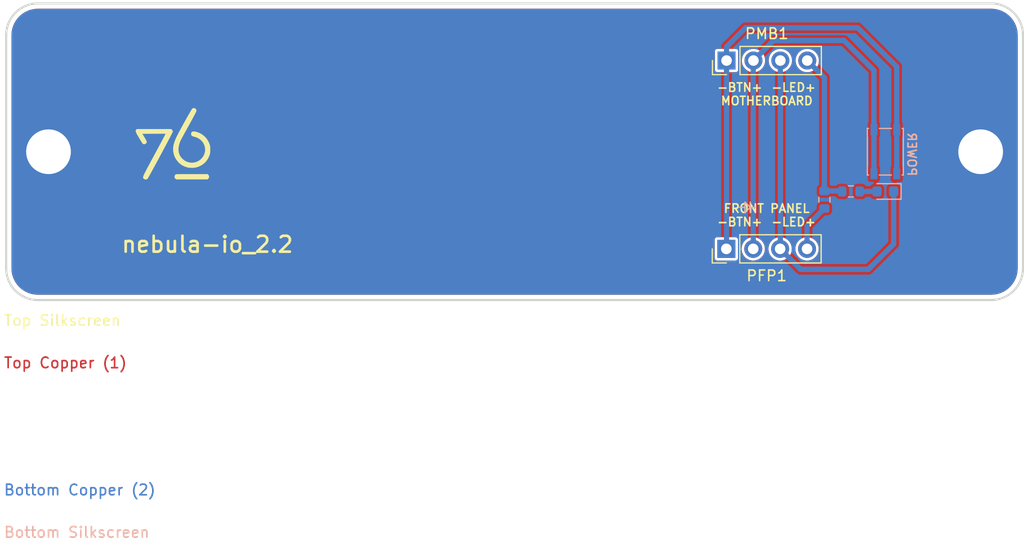
<source format=kicad_pcb>
(kicad_pcb (version 20221018) (generator pcbnew)
  (layers (0 "F.Cu" signal) (31 "B.Cu" signal) (34 "B.Paste" user) (35 "F.Paste" user) (36 "B.SilkS" user "B.Silkscreen") (37 "F.SilkS" user "F.Silkscreen") (38 "B.Mask" user) (39 "F.Mask" user) (44 "Edge.Cuts" user))
  (net 0 "")
  (net 1 "Net-(D1-K)")
  (net 2 "GND")
  (net 3 "Net-(PFP1-A)")
  (net 4 "Net-(PMB1-A)")
  (net 5 "Net-(D1-A)")
  (net 6 "Net-(PWBT1-B)")
  (net 7 "Net-(PWBT1-A)")
  (footprint "Logo:76" (layer "F.Cu") (at 43.1629 43.943265)
    (fp_text reference "G***" hide)
    (fp_text value "LOGO" hide)
    (fp_poly (pts (xy 3.420126 4.242376) (xy 3.472282 4.309394) (xy 3.491501 4.38439) (xy 3.492632 4.417917) (xy 3.482173 4.502492) (xy 3.442923 4.569053) (xy 3.420126 4.593457) (xy 3.34762 4.665964) (xy 0.395852 4.665964) (xy 0.321358 4.603281) (xy 0.25141 4.516915) (xy 0.227089 4.419666) (xy 0.248406 4.320155) (xy 0.315376 4.227007) (xy 0.320789 4.221861) (xy 0.333187 4.211069) (xy 0.347955 4.201885) (xy 0.368936 4.194178) (xy 0.399971 4.187819) (xy 0.444901 4.182679) (xy 0.507568 4.178627) (xy 0.591814 4.175535) (xy 0.70148 4.173273) (xy 0.840407 4.17171) (xy 1.012437 4.170719) (xy 1.221412 4.170168) (xy 1.471172 4.169928) (xy 1.76556 4.169871) (xy 1.862108 4.16987) (xy 3.34762 4.16987) (xy 3.420126 4.242376)) (stroke (width 0.01)) (fill solid) (layer "F.SilkS"))
    (fp_poly (pts (xy 0 0) (xy 0.048263 0.062904) (xy 0.065681 0.118134) (xy 0.062753 0.173632) (xy 0.049544 0.20674) (xy 0.014534 0.279756) (xy -0.040322 0.389037) (xy -0.113072 0.53094) (xy -0.20176 0.701821) (xy -0.304432 0.898037) (xy -0.419135 1.115943) (xy -0.543914 1.351898) (xy -0.676816 1.602256) (xy -0.815886 1.863375) (xy -0.95917 2.13161) (xy -1.104714 2.40332) (xy -1.250563 2.674859) (xy -1.394765 2.942585) (xy -1.535364 3.202854) (xy -1.670407 3.452022) (xy -1.797939 3.686447) (xy -1.916007 3.902484) (xy -2.022656 4.096489) (xy -2.115932 4.264821) (xy -2.193881 4.403834) (xy -2.254549 4.509886) (xy -2.295982 4.579332) (xy -2.315302 4.607623) (xy -2.395418 4.65855) (xy -2.502312 4.67493) (xy -2.551604 4.670879) (xy -2.60541 4.648376) (xy -2.664297 4.604084) (xy -2.669426 4.599094) (xy -2.691679 4.576983) (xy -2.71051 4.555952) (xy -2.724699 4.533282) (xy -2.733029 4.50625) (xy -2.734281 4.472137) (xy -2.727237 4.428221) (xy -2.710679 4.371781) (xy -2.683389 4.300096) (xy -2.644148 4.210445) (xy -2.591738 4.100107) (xy -2.524941 3.966361) (xy -2.442538 3.806487) (xy -2.343312 3.617762) (xy -2.226045 3.397467) (xy -2.089517 3.14288) (xy -1.932511 2.85128) (xy -1.753809 2.519946) (xy -1.664153 2.353752) (xy -1.507783 2.063529) (xy -1.358532 1.785854) (xy -1.21804 1.523814) (xy -1.087945 1.280497) (xy -0.969885 1.058987) (xy -0.865498 0.862373) (xy -0.776424 0.693741) (xy -0.704301 0.556177) (xy -0.650768 0.452768) (xy -0.617462 0.386601) (xy -0.606022 0.360762) (xy -0.60608 0.360546) (xy -0.632419 0.358373) (xy -0.7033 0.356627) (xy -0.813658 0.355329) (xy -0.958428 0.354501) (xy -1.132544 0.354164) (xy -1.330942 0.354339) (xy -1.548555 0.355047) (xy -1.712412 0.355888) (xy -2.807623 0.36235) (xy -2.604862 0.697214) (xy -2.512794 0.853938) (xy -2.448448 0.976784) (xy -2.410372 1.071999) (xy -2.397113 1.145827) (xy -2.407218 1.204515) (xy -2.439234 1.254307) (xy -2.468641 1.282756) (xy -2.554558 1.330737) (xy -2.648464 1.342787) (xy -2.73438 1.31872) (xy -2.775947 1.286325) (xy -2.802908 1.249546) (xy -2.850662 1.176731) (xy -2.914964 1.07467) (xy -2.991569 0.950154) (xy -3.076232 0.809976) (xy -3.127537 0.723865) (xy -3.233523 0.543079) (xy -3.314701 0.398551) (xy -3.37295 0.284719) (xy -3.410145 0.196022) (xy -3.428163 0.126896) (xy -3.428884 0.071778) (xy -3.414182 0.025108) (xy -3.385937 -0.018679) (xy -3.380458 -0.025576) (xy -3.33304 -0.084134) (xy -0.075174 -0.084134) (xy 0 0)) (stroke (width 0.01)) (fill solid) (layer "F.SilkS"))
    (fp_poly (pts (xy 2.187163 -2.027768) (xy 2.254745 -1.963468) (xy 2.293486 -1.87454) (xy 2.295304 -1.776364) (xy 2.281124 -1.740336) (xy 2.244929 -1.665122) (xy 2.188901 -1.554844) (xy 2.115226 -1.413625) (xy 2.026086 -1.245586) (xy 1.923665 -1.054848) (xy 1.810146 -0.845533) (xy 1.687714 -0.621764) (xy 1.58261 -0.43112) (xy 1.425282 -0.146713) (xy 1.29007 0.097843) (xy 1.17511 0.306125) (xy 1.078537 0.481709) (xy 0.998486 0.628174) (xy 0.933093 0.749095) (xy 0.880492 0.84805) (xy 0.83882 0.928615) (xy 0.80621 0.994368) (xy 0.780799 1.048886) (xy 0.760721 1.095745) (xy 0.744112 1.138522) (xy 0.729108 1.180794) (xy 0.713842 1.226139) (xy 0.705366 1.251567) (xy 0.630571 1.532246) (xy 0.600696 1.79191) (xy 0.61574 2.030589) (xy 0.62341 2.072269) (xy 0.675625 2.269854) (xy 0.748958 2.436043) (xy 0.852398 2.587471) (xy 0.973055 2.719336) (xy 1.135516 2.861585) (xy 1.301712 2.964731) (xy 1.487772 3.037423) (xy 1.63433 3.073968) (xy 1.869537 3.098833) (xy 2.098717 3.078259) (xy 2.316934 3.016254) (xy 2.519247 2.916823) (xy 2.700719 2.783972) (xy 2.856412 2.621708) (xy 2.981387 2.434035) (xy 3.070705 2.22496) (xy 3.119429 1.998489) (xy 3.127144 1.863034) (xy 3.103611 1.621608) (xy 3.035315 1.395942) (xy 2.925708 1.190123) (xy 2.778242 1.008237) (xy 2.59637 0.85437) (xy 2.383546 0.732609) (xy 2.14322 0.64704) (xy 2.088548 0.633821) (xy 1.957812 0.596275) (xy 1.870276 0.54862) (xy 1.81974 0.485279) (xy 1.800002 0.400673) (xy 1.799148 0.3735) (xy 1.818359 0.265988) (xy 1.874619 0.19086) (xy 1.96587 0.149975) (xy 2.054433 0.14285) (xy 2.142335 0.152362) (xy 2.252657 0.17362) (xy 2.357675 0.200939) (xy 2.632456 0.309101) (xy 2.882358 0.458357) (xy 3.103352 0.644838) (xy 3.291408 0.864673) (xy 3.442498 1.113996) (xy 3.533235 1.329733) (xy 3.562616 1.419995) (xy 3.58235 1.498977) (xy 3.594359 1.581007) (xy 3.600564 1.680413) (xy 3.602886 1.811522) (xy 3.603084 1.850631) (xy 3.60251 1.991065) (xy 3.598314 2.096808) (xy 3.588549 2.182752) (xy 3.57127 2.263787) (xy 3.544532 2.354803) (xy 3.532264 2.392734) (xy 3.421583 2.652685) (xy 3.269757 2.889525) (xy 3.081624 3.098763) (xy 2.862021 3.275913) (xy 2.615784 3.416486) (xy 2.347751 3.515992) (xy 2.311352 3.52573) (xy 2.125097 3.559142) (xy 1.915656 3.573404) (xy 1.702775 3.568518) (xy 1.506197 3.544487) (xy 1.42144 3.525626) (xy 1.156786 3.436472) (xy 0.925298 3.31658) (xy 0.717309 3.16024) (xy 0.586526 3.032513) (xy 0.403117 2.805892) (xy 0.265244 2.565188) (xy 0.16961 2.303473) (xy 0.117146 2.04578) (xy 0.101088 1.821797) (xy 0.115726 1.591131) (xy 0.162378 1.348312) (xy 0.24236 1.08787) (xy 0.356989 0.804336) (xy 0.476588 0.553103) (xy 0.543108 0.423308) (xy 0.624718 0.267893) (xy 0.718843 0.091474) (xy 0.822905 -0.101334) (xy 0.934327 -0.305913) (xy 1.050534 -0.517649) (xy 1.168949 -0.731924) (xy 1.286995 -0.944124) (xy 1.402096 -1.149631) (xy 1.511674 -1.34383) (xy 1.613154 -1.522104) (xy 1.703959 -1.679838) (xy 1.781512 -1.812415) (xy 1.843237 -1.915219) (xy 1.886557 -1.983634) (xy 1.908896 -2.013045) (xy 1.908965 -2.013097) (xy 2.004513 -2.058563) (xy 2.100499 -2.06146) (xy 2.187163 -2.027768)) (stroke (width 0.01)) (fill solid) (layer "F.SilkS"))
  )
  (footprint "Connector_PinHeader_2.54mm:PinHeader_1x04_P2.54mm_Vertical" (layer "F.Cu") (at 95.51 37.39 90)
    (fp_text reference "PMB1" (at 2.54 3.8 180) (layer "F.SilkS"))
    (fp_text value "22-28-4040")
    (fp_line (start -1.33 -1.33) (end 0 -1.33) (stroke (width 0.12)) (layer "F.SilkS"))
    (fp_line (start -1.33 0) (end -1.33 -1.33) (stroke (width 0.12)) (layer "F.SilkS"))
    (fp_line (start -1.33 1.27) (end -1.33 8.95) (stroke (width 0.12)) (layer "F.SilkS"))
    (fp_line (start -1.33 1.27) (end 1.33 1.27) (stroke (width 0.12)) (layer "F.SilkS"))
    (fp_line (start -1.33 8.95) (end 1.33 8.95) (stroke (width 0.12)) (layer "F.SilkS"))
    (fp_line (start 1.33 1.27) (end 1.33 8.95) (stroke (width 0.12)) (layer "F.SilkS"))
    (pad "1" thru_hole rect (at 0 0 90) (size 1.7 1.7) (drill 1) (layers "*.Cu" "*.Mask") (net 7 "Net-(PWBT1-A)"))
    (pad "2" thru_hole oval (at 0 2.54 90) (size 1.7 1.7) (drill 1) (layers "*.Cu" "*.Mask") (net 6 "Net-(PWBT1-B)"))
    (pad "3" thru_hole oval (at 0 5.08 90) (size 1.7 1.7) (drill 1) (layers "*.Cu" "*.Mask") (net 1 "Net-(D1-K)"))
    (pad "4" thru_hole oval (at 0 7.62 90) (size 1.7 1.7) (drill 1) (layers "*.Cu" "*.Mask") (net 4 "Net-(PMB1-A)"))
  )
  (footprint "Connector_PinHeader_2.54mm:PinHeader_1x04_P2.54mm_Vertical" (layer "F.Cu") (at 95.49 55.17 90)
    (fp_text reference "PFP1" (at -2.54 3.81 180) (layer "F.SilkS"))
    (fp_text value "22-28-4040")
    (fp_line (start -1.33 -1.33) (end 0 -1.33) (stroke (width 0.12)) (layer "F.SilkS"))
    (fp_line (start -1.33 0) (end -1.33 -1.33) (stroke (width 0.12)) (layer "F.SilkS"))
    (fp_line (start -1.33 1.27) (end -1.33 8.95) (stroke (width 0.12)) (layer "F.SilkS"))
    (fp_line (start -1.33 1.27) (end 1.33 1.27) (stroke (width 0.12)) (layer "F.SilkS"))
    (fp_line (start -1.33 8.95) (end 1.33 8.95) (stroke (width 0.12)) (layer "F.SilkS"))
    (fp_line (start 1.33 1.27) (end 1.33 8.95) (stroke (width 0.12)) (layer "F.SilkS"))
    (pad "1" thru_hole rect (at 0 0 90) (size 1.7 1.7) (drill 1) (layers "*.Cu" "*.Mask") (net 7 "Net-(PWBT1-A)"))
    (pad "2" thru_hole oval (at 0 2.54 90) (size 1.7 1.7) (drill 1) (layers "*.Cu" "*.Mask") (net 6 "Net-(PWBT1-B)"))
    (pad "3" thru_hole oval (at 0 5.08 90) (size 1.7 1.7) (drill 1) (layers "*.Cu" "*.Mask") (net 1 "Net-(D1-K)"))
    (pad "4" thru_hole oval (at 0 7.62 90) (size 1.7 1.7) (drill 1) (layers "*.Cu" "*.Mask") (net 3 "Net-(PFP1-A)"))
  )
  (footprint "Resistor_SMD:R_0603_1608Metric" (layer "B.Cu") (at 107.25 49.75)
    (fp_text reference "R24" hide)
    (fp_text value "1 k")
    (fp_line (start -0.237258 -0.5225) (end 0.237258 -0.5225) (stroke (width 0.12)) (layer "B.SilkS"))
    (fp_line (start -0.237258 0.5225) (end 0.237258 0.5225) (stroke (width 0.12)) (layer "B.SilkS"))
    (pad "1" smd roundrect (at -0.825 0) (size 0.8 0.95) (layers "B.Cu" "B.Paste" "B.Mask") (net 4 "Net-(PMB1-A)"))
    (pad "2" smd roundrect (at 0.825 0) (size 0.8 0.95) (layers "B.Cu" "B.Paste" "B.Mask") (net 5 "Net-(D1-A)"))
  )
  (footprint "kicad_pcb:SW_SPST_PTS810" (layer "B.Cu") (at 110.5 46 90)
    (fp_text reference "PWBT1" hide)
    (fp_text value "SKRPACE010")
    (fp_line (start -2.2 -1.7) (end 2.2 -1.7) (stroke (width 0.12)) (layer "B.SilkS"))
    (fp_line (start -2.2 -1.58) (end -2.2 -1.7) (stroke (width 0.12)) (layer "B.SilkS"))
    (fp_line (start -2.2 0.57) (end -2.2 -0.57) (stroke (width 0.12)) (layer "B.SilkS"))
    (fp_line (start -2.2 1.7) (end -2.2 1.58) (stroke (width 0.12)) (layer "B.SilkS"))
    (fp_line (start 2.2 -1.7) (end 2.2 -1.58) (stroke (width 0.12)) (layer "B.SilkS"))
    (fp_line (start 2.2 -0.57) (end 2.2 0.57) (stroke (width 0.12)) (layer "B.SilkS"))
    (fp_line (start 2.2 1.58) (end 2.2 1.7) (stroke (width 0.12)) (layer "B.SilkS"))
    (fp_line (start 2.2 1.7) (end -2.2 1.7) (stroke (width 0.12)) (layer "B.SilkS"))
    (pad "1" smd rect (at -2.075 1.075 90) (size 1.05 0.65) (layers "B.Cu" "B.Paste" "B.Mask") (net 7 "Net-(PWBT1-A)"))
    (pad "1" smd rect (at 2.075 1.075 90) (size 1.05 0.65) (layers "B.Cu" "B.Paste" "B.Mask") (net 7 "Net-(PWBT1-A)"))
    (pad "2" smd rect (at -2.075 -1.075 90) (size 1.05 0.65) (layers "B.Cu" "B.Paste" "B.Mask") (net 6 "Net-(PWBT1-B)"))
    (pad "2" smd rect (at 2.075 -1.075 90) (size 1.05 0.65) (layers "B.Cu" "B.Paste" "B.Mask") (net 6 "Net-(PWBT1-B)"))
  )
  (footprint "Resistor_SMD:R_0603_1608Metric" (layer "B.Cu") (at 104.75 50.53 -90)
    (fp_text reference "R3" hide)
    (fp_text value "100")
    (fp_line (start -0.237258 -0.5225) (end 0.237258 -0.5225) (stroke (width 0.12)) (layer "B.SilkS"))
    (fp_line (start -0.237258 0.5225) (end 0.237258 0.5225) (stroke (width 0.12)) (layer "B.SilkS"))
    (pad "1" smd roundrect (at -0.825 0 270) (size 0.8 0.95) (layers "B.Cu" "B.Paste" "B.Mask") (net 4 "Net-(PMB1-A)"))
    (pad "2" smd roundrect (at 0.825 0 270) (size 0.8 0.95) (layers "B.Cu" "B.Paste" "B.Mask") (net 3 "Net-(PFP1-A)"))
  )
  (footprint "SMTSO:SMTSO-M3-3" (layer "B.Cu") (at 119.5 46 180)
    (fp_text reference "H2" hide)
    (fp_text value "SMTSO-M3-3ET" hide)
    (pad "1" thru_hole circle (at 0 0 180) (size 5 5) (drill 4.22) (layers "*.Cu" "*.Mask") (net 2 "GND"))
    (pad "1" smd roundrect (at 0 0 180) (size 6.5 6.5) (layers "B.Cu" "B.Mask") (roundrect_rratio 0.2) (net 2 "GND"))
  )
  (footprint "SMTSO:SMTSO-M3-3" (layer "B.Cu") (at 31.5 46 180)
    (fp_text reference "H1" hide)
    (fp_text value "SMTSO-M3-3ET" hide)
    (pad "1" thru_hole circle (at 0 0 180) (size 5 5) (drill 4.22) (layers "*.Cu" "*.Mask") (net 2 "GND"))
    (pad "1" smd roundrect (at 0 0 180) (size 6.5 6.5) (layers "B.Cu" "B.Mask") (roundrect_rratio 0.2) (net 2 "GND"))
  )
  (footprint "LED_SMD:LED_0603_1608Metric" (layer "B.Cu") (at 110.5 49.75 180)
    (fp_text reference "D1" hide)
    (fp_text value "GT-197")
    (fp_line (start -1.485 -0.735) (end 0.8 -0.735) (stroke (width 0.12)) (layer "B.SilkS"))
    (fp_line (start -1.485 0.735) (end -1.485 -0.735) (stroke (width 0.12)) (layer "B.SilkS"))
    (fp_line (start 0.8 0.735) (end -1.485 0.735) (stroke (width 0.12)) (layer "B.SilkS"))
    (pad "1" smd roundrect (at -0.7875 0 180) (size 0.875 0.95) (layers "B.Cu" "B.Paste" "B.Mask") (net 1 "Net-(D1-K)"))
    (pad "2" smd roundrect (at 0.7875 0 180) (size 0.875 0.95) (layers "B.Cu" "B.Paste" "B.Mask") (net 5 "Net-(D1-A)"))
  )
  (gr_line (start 97.75 51.25) (end 97.25 50.75) (stroke (width 0.12)) (layer "B.SilkS"))
  (gr_line (start 96.75 51.25) (end 97.25 51.25) (stroke (width 0.12)) (layer "B.SilkS"))
  (gr_line (start 97.75 51.25) (end 98.25 51.25) (stroke (width 0.12)) (layer "B.SilkS"))
  (gr_line (start 97.75 51.75) (end 97.75 50.75) (stroke (width 0.12)) (layer "B.SilkS"))
  (gr_line (start 97.25 51.75) (end 97.75 51.25) (stroke (width 0.12)) (layer "B.SilkS"))
  (gr_line (start 97.25 51.25) (end 97.25 51.75) (stroke (width 0.12)) (layer "B.SilkS"))
  (gr_line (start 97.25 50.75) (end 97.25 51.25) (stroke (width 0.12)) (layer "B.SilkS"))
  (gr_line (start 30.5 32) (end 120.5 32) (stroke (width 0.2)) (layer "Edge.Cuts"))
  (gr_line (start 120.5 60) (end 30.5 60) (stroke (width 0.2)) (layer "Edge.Cuts"))
  (gr_line (start 27.5 57) (end 27.5 35) (stroke (width 0.2)) (layer "Edge.Cuts"))
  (gr_arc (start 120.5 32) (mid 122.62132 32.87868) (end 123.5 35) (stroke (width 0.2)) (layer "Edge.Cuts"))
  (gr_line (start 123.5 57) (end 123.5 35) (stroke (width 0.2)) (layer "Edge.Cuts"))
  (gr_arc (start 30.5 60) (mid 28.37868 59.12132) (end 27.5 57) (stroke (width 0.2)) (layer "Edge.Cuts"))
  (gr_arc (start 27.5 35) (mid 28.37868 32.87868) (end 30.5 32) (stroke (width 0.2)) (layer "Edge.Cuts"))
  (gr_arc (start 123.5 57) (mid 122.62132 59.12132) (end 120.5 60) (stroke (width 0.2)) (layer "Edge.Cuts"))
  (gr_text "Top Copper (1)" (at 27.21 65.93) (layer "F.Cu") (effects (font (size 1 1)) (justify left)))
  (gr_text "Bottom Copper (2)" (at 27.21 77.93) (layer "B.Cu") (effects (font (size 1 1)) (justify left)))
  (gr_text "POWER" (at 113 46.25 270) (layer "B.SilkS") (effects (font (size 0.8 0.8)) (justify mirror)))
  (gr_text "Bottom Silkscreen" (at 27.21 81.93) (layer "B.SilkS") (effects (font (size 1 1)) (justify left)))
  (gr_text "MOTHERBOARD" (at 99.31 41.2) (layer "F.SilkS") (effects (font (size 0.8 0.8))))
  (gr_text "-LED+" (at 101.84 52.63) (layer "F.SilkS") (effects (font (size 0.8 0.8))))
  (gr_text "Top Silkscreen" (at 27.21 61.93) (layer "F.SilkS") (effects (font (size 1 1)) (justify left)))
  (gr_text "FRONT PANEL" (at 99.3 51.36) (layer "F.SilkS") (effects (font (size 0.8 0.8))))
  (gr_text "-BTN+" (at 96.76 52.63) (layer "F.SilkS") (effects (font (size 0.8 0.8))))
  (gr_text "-BTN+" (at 96.76 39.93) (layer "F.SilkS") (effects (font (size 0.8 0.8))))
  (gr_text "-LED+" (at 101.84 39.93) (layer "F.SilkS") (effects (font (size 0.8 0.8))))
  (gr_text "nebula-io_2.2" (at 46.5 54.75) (layer "F.SilkS") (effects (font (size 1.5 1.5) (thickness 0.25))))
  (segment (start 108.9 57.1) (end 111.2875 54.7125) (width 0.5) (layer "B.Cu") (net 1))
  (segment (start 100.59 55.15) (end 100.57 55.17) (width 0.5) (layer "B.Cu") (net 1))
  (segment (start 111.2875 54.7125) (end 111.2875 49.75) (width 0.5) (layer "B.Cu") (net 1))
  (segment (start 100.57 55.17) (end 102.5 57.1) (width 0.5) (layer "B.Cu") (net 1))
  (segment (start 100.59 37.39) (end 100.59 55.15) (width 0.5) (layer "B.Cu") (net 1))
  (segment (start 102.5 57.1) (end 108.9 57.1) (width 0.5) (layer "B.Cu") (net 1))
  (segment (start 103.11 52.995) (end 104.75 51.355) (width 0.5) (layer "B.Cu") (net 3))
  (segment (start 103.11 55.17) (end 103.11 52.995) (width 0.5) (layer "B.Cu") (net 3))
  (segment (start 104.75 39.01) (end 104.75 49.705) (width 0.5) (layer "B.Cu") (net 4))
  (segment (start 106.38 49.705) (end 106.425 49.75) (width 0.5) (layer "B.Cu") (net 4))
  (segment (start 104.75 49.705) (end 106.38 49.705) (width 0.5) (layer "B.Cu") (net 4))
  (segment (start 103.13 37.39) (end 104.75 39.01) (width 0.5) (layer "B.Cu") (net 4))
  (segment (start 108.075 49.75) (end 109.7125 49.75) (width 0.5) (layer "B.Cu") (net 5))
  (segment (start 99.94 35.5) (end 106.6 35.5) (width 0.5) (layer "B.Cu") (net 6))
  (segment (start 106.6 35.5) (end 109.425 38.325) (width 0.5) (layer "B.Cu") (net 6))
  (segment (start 98.03 55.17) (end 98.03 37.41) (width 0.5) (layer "B.Cu") (net 6))
  (segment (start 109.425 48.075) (end 109.425 43.925) (width 0.5) (layer "B.Cu") (net 6))
  (segment (start 98.05 37.39) (end 99.94 35.5) (width 0.5) (layer "B.Cu") (net 6))
  (segment (start 109.425 38.325) (end 109.425 43.925) (width 0.5) (layer "B.Cu") (net 6))
  (segment (start 98.03 37.41) (end 98.05 37.39) (width 0.5) (layer "B.Cu") (net 6))
  (segment (start 97.3 34.3) (end 107.9 34.3) (width 0.5) (layer "B.Cu") (net 7))
  (segment (start 95.51 55.15) (end 95.49 55.17) (width 0.5) (layer "B.Cu") (net 7))
  (segment (start 107.9 34.3) (end 111.575 37.975) (width 0.5) (layer "B.Cu") (net 7))
  (segment (start 111.575 48.075) (end 111.575 43.925) (width 0.5) (layer "B.Cu") (net 7))
  (segment (start 95.51 37.39) (end 95.51 36.09) (width 0.5) (layer "B.Cu") (net 7))
  (segment (start 95.51 36.09) (end 97.3 34.3) (width 0.5) (layer "B.Cu") (net 7))
  (segment (start 95.51 37.39) (end 95.51 55.15) (width 0.5) (layer "B.Cu") (net 7))
  (segment (start 111.575 37.975) (end 111.575 43.925) (width 0.5) (layer "B.Cu") (net 7))
  (zone (net 2) (net_name "GND") (layers "F&B.Cu") (connect_pads (clearance 0.25)) (min_thickness 0.2) (fill yes (thermal_gap 0.3) (thermal_bridge_width 0.3))
    (polygon (pts (xy 123.51 60.885) (xy 26.92 60.885) (xy 26.92 31.675) (xy 123.51 31.675)))
  )
)
</source>
